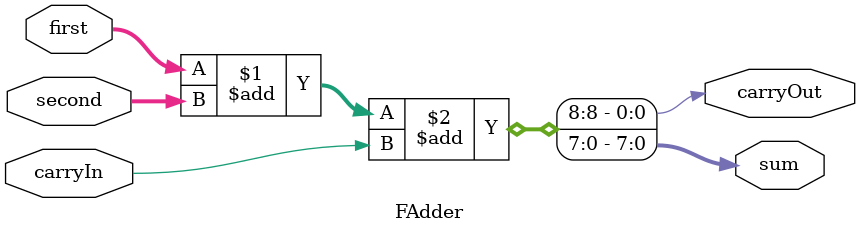
<source format=v>
module FAdder(first, second, carryIn, carryOut, sum);
	parameter n=8;
	input [n-1:0] first, second;
	input carryIn;
	output [n-1:0] sum;
	output carryOut;

	assign {carryOut, sum} = first + second + carryIn;
endmodule

</source>
